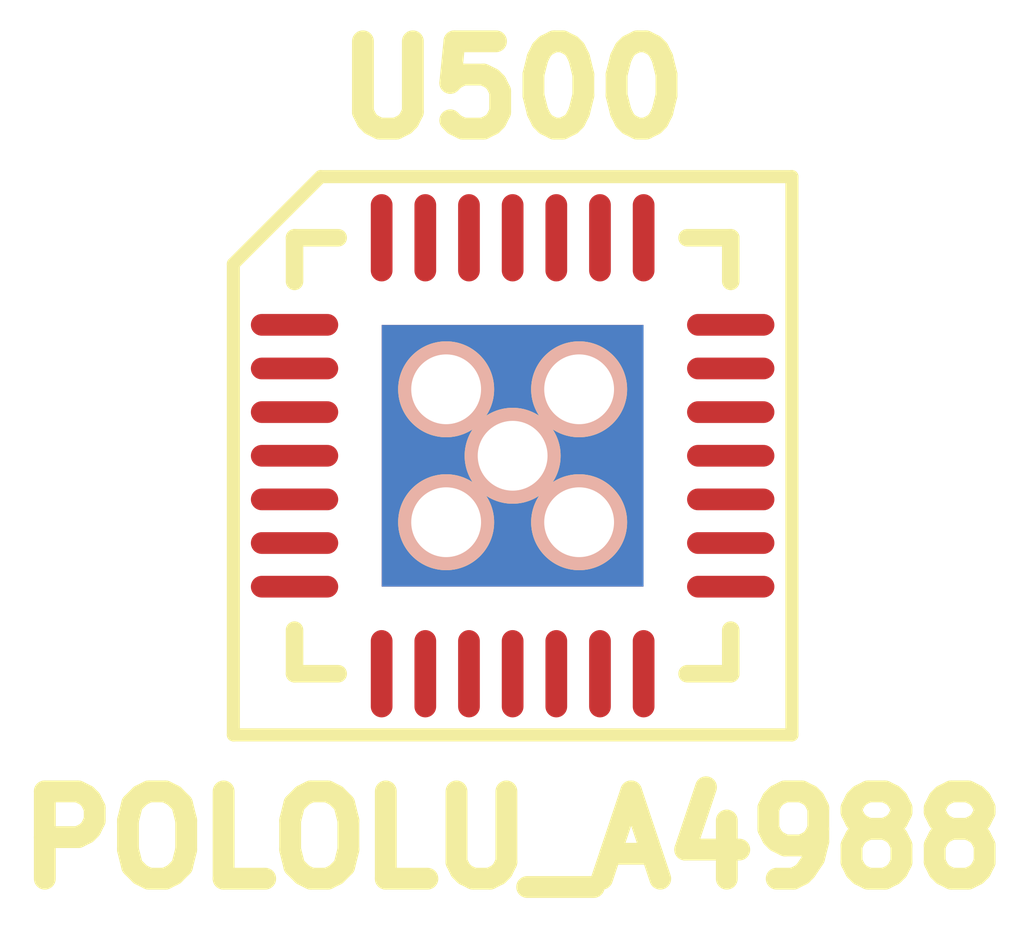
<source format=kicad_pcb>
(kicad_pcb (version 3) (host pcbnew "(2013-07-07 BZR 4022)-stable")

  (general
    (links 0)
    (no_connects 0)
    (area 0 0 0 0)
    (thickness 1.6)
    (drawings 0)
    (tracks 0)
    (zones 0)
    (modules 1)
    (nets 1)
  )

  (page A3)
  (layers
    (15 F.Cu signal)
    (0 B.Cu signal)
    (16 B.Adhes user)
    (17 F.Adhes user)
    (18 B.Paste user)
    (19 F.Paste user)
    (20 B.SilkS user)
    (21 F.SilkS user)
    (22 B.Mask user)
    (23 F.Mask user)
    (24 Dwgs.User user)
    (25 Cmts.User user)
    (26 Eco1.User user)
    (27 Eco2.User user)
    (28 Edge.Cuts user)
  )

  (setup
    (last_trace_width 0.254)
    (trace_clearance 0.254)
    (zone_clearance 0.508)
    (zone_45_only no)
    (trace_min 0.254)
    (segment_width 0.2)
    (edge_width 0.1)
    (via_size 0.889)
    (via_drill 0.635)
    (via_min_size 0.889)
    (via_min_drill 0.508)
    (uvia_size 0.508)
    (uvia_drill 0.127)
    (uvias_allowed no)
    (uvia_min_size 0.508)
    (uvia_min_drill 0.127)
    (pcb_text_width 0.3)
    (pcb_text_size 1.5 1.5)
    (mod_edge_width 0.15)
    (mod_text_size 1 1)
    (mod_text_width 0.15)
    (pad_size 1.5 1.5)
    (pad_drill 0.6)
    (pad_to_mask_clearance 0)
    (aux_axis_origin 0 0)
    (visible_elements FFFFFBBF)
    (pcbplotparams
      (layerselection 3178497)
      (usegerberextensions true)
      (excludeedgelayer true)
      (linewidth 0.150000)
      (plotframeref false)
      (viasonmask false)
      (mode 1)
      (useauxorigin false)
      (hpglpennumber 1)
      (hpglpenspeed 20)
      (hpglpendiameter 15)
      (hpglpenoverlay 2)
      (psnegative false)
      (psa4output false)
      (plotreference true)
      (plotvalue true)
      (plotothertext true)
      (plotinvisibletext false)
      (padsonsilk false)
      (subtractmaskfromsilk false)
      (outputformat 1)
      (mirror false)
      (drillshape 1)
      (scaleselection 1)
      (outputdirectory ""))
  )

  (net 0 "")

  (net_class Default "This is the default net class."
    (clearance 0.254)
    (trace_width 0.254)
    (via_dia 0.889)
    (via_drill 0.635)
    (uvia_dia 0.508)
    (uvia_drill 0.127)
    (add_net "")
  )

  (module QFN28 (layer F.Cu) (tedit 4843D034) (tstamp 5293ECB1)
    (at 184.15 135.89)
    (path /5293EBAA)
    (fp_text reference U500 (at 0 -4.20116) (layer F.SilkS)
      (effects (font (size 1.00076 1.00076) (thickness 0.3048)))
    )
    (fp_text value POLOLU_A4988 (at 0 4.39928) (layer F.SilkS)
      (effects (font (size 1.00076 1.00076) (thickness 0.3048)))
    )
    (fp_line (start -3.2004 3.2004) (end 3.2004 3.2004) (layer F.SilkS) (width 0.14986))
    (fp_line (start 3.2004 3.2004) (end 3.2004 -3.2004) (layer F.SilkS) (width 0.14986))
    (fp_line (start 3.2004 -3.2004) (end -2.19964 -3.2004) (layer F.SilkS) (width 0.14986))
    (fp_line (start -2.19964 -3.2004) (end -3.2004 -2.19964) (layer F.SilkS) (width 0.14986))
    (fp_line (start -3.2004 -2.19964) (end -3.2004 3.2004) (layer F.SilkS) (width 0.14986))
    (fp_line (start -1.99898 -2.49936) (end -2.49936 -2.49936) (layer F.SilkS) (width 0.20066))
    (fp_line (start -2.49936 -2.49936) (end -2.49936 -1.99898) (layer F.SilkS) (width 0.20066))
    (fp_line (start 2.49936 -1.99898) (end 2.49936 -2.49936) (layer F.SilkS) (width 0.20066))
    (fp_line (start 2.49936 -2.49936) (end 1.99898 -2.49936) (layer F.SilkS) (width 0.20066))
    (fp_line (start 1.99898 2.49936) (end 2.49936 2.49936) (layer F.SilkS) (width 0.20066))
    (fp_line (start 2.49936 2.49936) (end 2.49936 1.99898) (layer F.SilkS) (width 0.20066))
    (fp_line (start -2.49936 1.99898) (end -2.49936 2.49936) (layer F.SilkS) (width 0.20066))
    (fp_line (start -2.49936 2.49936) (end -1.99898 2.49936) (layer F.SilkS) (width 0.20066))
    (pad 1 smd oval (at -2.49936 -1.50114) (size 1.00076 0.24892)
      (layers F.Cu F.Paste F.Mask)
    )
    (pad 2 smd oval (at -2.49936 -1.00076) (size 1.00076 0.24892)
      (layers F.Cu F.Paste F.Mask)
    )
    (pad 3 smd oval (at -2.49936 -0.50038) (size 1.00076 0.24892)
      (layers F.Cu F.Paste F.Mask)
    )
    (pad 4 smd oval (at -2.49936 0) (size 1.00076 0.24892)
      (layers F.Cu F.Paste F.Mask)
    )
    (pad 5 smd oval (at -2.49936 0.50038) (size 1.00076 0.24892)
      (layers F.Cu F.Paste F.Mask)
    )
    (pad 6 smd oval (at -2.49936 1.00076) (size 1.00076 0.24892)
      (layers F.Cu F.Paste F.Mask)
    )
    (pad 7 smd oval (at -2.49936 1.50114) (size 1.00076 0.24892)
      (layers F.Cu F.Paste F.Mask)
    )
    (pad 8 smd oval (at -1.50114 2.49936 90) (size 1.00076 0.24892)
      (layers F.Cu F.Paste F.Mask)
    )
    (pad 9 smd oval (at -1.00076 2.49936 90) (size 1.00076 0.24892)
      (layers F.Cu F.Paste F.Mask)
    )
    (pad 10 smd oval (at -0.50038 2.49936 90) (size 1.00076 0.24892)
      (layers F.Cu F.Paste F.Mask)
    )
    (pad 11 smd oval (at 0 2.49936 90) (size 1.00076 0.24892)
      (layers F.Cu F.Paste F.Mask)
    )
    (pad 12 smd oval (at 0.50038 2.49936 90) (size 1.00076 0.24892)
      (layers F.Cu F.Paste F.Mask)
    )
    (pad 13 smd oval (at 1.00076 2.49936 90) (size 1.00076 0.24892)
      (layers F.Cu F.Paste F.Mask)
    )
    (pad 14 smd oval (at 1.50114 2.49936 90) (size 1.00076 0.24892)
      (layers F.Cu F.Paste F.Mask)
    )
    (pad 15 smd oval (at 2.49936 1.50114 180) (size 1.00076 0.24892)
      (layers F.Cu F.Paste F.Mask)
    )
    (pad 16 smd oval (at 2.49936 1.00076 180) (size 1.00076 0.24892)
      (layers F.Cu F.Paste F.Mask)
    )
    (pad 17 smd oval (at 2.49936 0.50038 180) (size 1.00076 0.24892)
      (layers F.Cu F.Paste F.Mask)
    )
    (pad 18 smd oval (at 2.49936 0 180) (size 1.00076 0.24892)
      (layers F.Cu F.Paste F.Mask)
    )
    (pad 19 smd oval (at 2.49936 -0.50038 180) (size 1.00076 0.24892)
      (layers F.Cu F.Paste F.Mask)
    )
    (pad 20 smd oval (at 2.49936 -1.00076 180) (size 1.00076 0.24892)
      (layers F.Cu F.Paste F.Mask)
    )
    (pad 21 smd oval (at 2.49936 -1.50114 180) (size 1.00076 0.24892)
      (layers F.Cu F.Paste F.Mask)
    )
    (pad 22 smd oval (at 1.50114 -2.49936 270) (size 1.00076 0.24892)
      (layers F.Cu F.Paste F.Mask)
    )
    (pad 23 smd oval (at 1.00076 -2.49936 270) (size 1.00076 0.24892)
      (layers F.Cu F.Paste F.Mask)
    )
    (pad 24 smd oval (at 0.50038 -2.49936 270) (size 1.00076 0.24892)
      (layers F.Cu F.Paste F.Mask)
    )
    (pad 25 smd oval (at 0 -2.49936 270) (size 1.00076 0.24892)
      (layers F.Cu F.Paste F.Mask)
    )
    (pad 26 smd oval (at -0.50038 -2.49936 270) (size 1.00076 0.24892)
      (layers F.Cu F.Paste F.Mask)
    )
    (pad 27 smd oval (at -1.00076 -2.49936 270) (size 1.00076 0.24892)
      (layers F.Cu F.Paste F.Mask)
    )
    (pad 28 smd oval (at -1.50114 -2.49936 270) (size 1.00076 0.24892)
      (layers F.Cu F.Paste F.Mask)
    )
    (pad "" smd rect (at 0 0 270) (size 2.99974 2.99974)
      (layers *.Cu F.Paste F.Mask)
    )
    (pad "" np_thru_hole circle (at 0.762 0.762 270) (size 1.09982 1.09982) (drill 0.8001)
      (layers *.Cu *.SilkS *.Mask)
    )
    (pad "" np_thru_hole circle (at 0 0 270) (size 1.09982 1.09982) (drill 0.8001)
      (layers *.Cu *.SilkS *.Mask)
    )
    (pad "" np_thru_hole circle (at -0.762 -0.762 270) (size 1.09982 1.09982) (drill 0.8001)
      (layers *.Cu *.SilkS *.Mask)
    )
    (pad "" np_thru_hole circle (at -0.762 0.762 270) (size 1.09982 1.09982) (drill 0.8001)
      (layers *.Cu *.SilkS *.Mask)
    )
    (pad "" np_thru_hole circle (at 0.762 -0.762 270) (size 1.09982 1.09982) (drill 0.8001)
      (layers *.Cu *.SilkS *.Mask)
    )
    (model smd/qfn28.wrl
      (at (xyz 0 0 0))
      (scale (xyz 1 1 1))
      (rotate (xyz 0 0 0))
    )
  )

)

</source>
